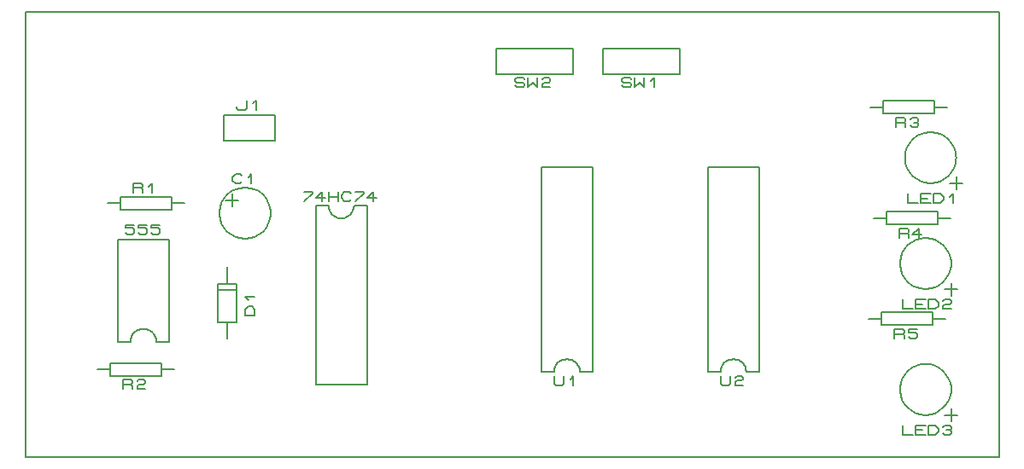
<source format=gbr>
G04 PROTEUS GERBER X2 FILE*
%TF.GenerationSoftware,Labcenter,Proteus,8.9-SP0-Build27865*%
%TF.CreationDate,2026-01-09T17:02:56+00:00*%
%TF.FileFunction,Legend,Top*%
%TF.FilePolarity,Positive*%
%TF.Part,Single*%
%TF.SameCoordinates,{d5e26176-f0e9-456a-af72-f71da18a6cc2}*%
%FSLAX45Y45*%
%MOMM*%
G01*
%TA.AperFunction,Profile*%
%ADD15C,0.203200*%
%TA.AperFunction,Material*%
%ADD17C,0.203200*%
%TD.AperFunction*%
D15*
X-10050000Y+5980809D02*
X-400000Y+5980809D01*
X-400000Y+10400000D01*
X-10050000Y+10400000D01*
X-10050000Y+5980809D01*
D17*
X-9008000Y+7123000D02*
X-9135000Y+7123000D01*
X-9135000Y+8139000D01*
X-8627000Y+8139000D01*
X-8627000Y+7123000D01*
X-8754000Y+7123000D01*
X-8881000Y+7250000D02*
X-8906876Y+7247564D01*
X-8930848Y+7240515D01*
X-8952438Y+7229238D01*
X-8971170Y+7214122D01*
X-8986569Y+7195554D01*
X-8998158Y+7173919D01*
X-9005460Y+7149606D01*
X-9008000Y+7123000D01*
X-8881000Y+7250000D02*
X-8854394Y+7247564D01*
X-8830081Y+7240515D01*
X-8808446Y+7229238D01*
X-8789878Y+7214122D01*
X-8774762Y+7195554D01*
X-8763485Y+7173919D01*
X-8756436Y+7149606D01*
X-8754000Y+7123000D01*
X-8976250Y+8282360D02*
X-9055625Y+8282360D01*
X-9055625Y+8251880D01*
X-8992125Y+8251880D01*
X-8976250Y+8236640D01*
X-8976250Y+8206160D01*
X-8992125Y+8190920D01*
X-9039750Y+8190920D01*
X-9055625Y+8206160D01*
X-8849250Y+8282360D02*
X-8928625Y+8282360D01*
X-8928625Y+8251880D01*
X-8865125Y+8251880D01*
X-8849250Y+8236640D01*
X-8849250Y+8206160D01*
X-8865125Y+8190920D01*
X-8912750Y+8190920D01*
X-8928625Y+8206160D01*
X-8722250Y+8282360D02*
X-8801625Y+8282360D01*
X-8801625Y+8251880D01*
X-8738125Y+8251880D01*
X-8722250Y+8236640D01*
X-8722250Y+8206160D01*
X-8738125Y+8190920D01*
X-8785750Y+8190920D01*
X-8801625Y+8206160D01*
X-8081000Y+9123000D02*
X-7573000Y+9123000D01*
X-7573000Y+9377000D01*
X-8081000Y+9377000D01*
X-8081000Y+9123000D01*
X-7954000Y+9457669D02*
X-7954000Y+9442429D01*
X-7938125Y+9427189D01*
X-7874625Y+9427189D01*
X-7858750Y+9442429D01*
X-7858750Y+9518629D01*
X-7795250Y+9488149D02*
X-7763500Y+9518629D01*
X-7763500Y+9427189D01*
X-8141440Y+7317500D02*
X-7958560Y+7317500D01*
X-7958560Y+7698500D01*
X-8141440Y+7698500D01*
X-8141440Y+7317500D01*
X-7961100Y+7635000D02*
X-8138900Y+7635000D01*
X-8050000Y+7317500D02*
X-8050000Y+7152400D01*
X-8050000Y+7698500D02*
X-8050000Y+7863600D01*
X-7776480Y+7381000D02*
X-7867920Y+7381000D01*
X-7867920Y+7444500D01*
X-7837440Y+7476250D01*
X-7806960Y+7476250D01*
X-7776480Y+7444500D01*
X-7776480Y+7381000D01*
X-7837440Y+7539750D02*
X-7867920Y+7571500D01*
X-7776480Y+7571500D01*
X-8477000Y+8500000D02*
X-8604000Y+8500000D01*
X-9112000Y+8436500D02*
X-8604000Y+8436500D01*
X-8604000Y+8563500D01*
X-9112000Y+8563500D01*
X-9112000Y+8436500D01*
X-9112000Y+8500000D02*
X-9239000Y+8500000D01*
X-8985000Y+8604420D02*
X-8985000Y+8695860D01*
X-8905625Y+8695860D01*
X-8889750Y+8680620D01*
X-8889750Y+8665380D01*
X-8905625Y+8650140D01*
X-8985000Y+8650140D01*
X-8905625Y+8650140D02*
X-8889750Y+8634900D01*
X-8889750Y+8604420D01*
X-8826250Y+8665380D02*
X-8794500Y+8695860D01*
X-8794500Y+8604420D01*
X-8577000Y+6850000D02*
X-8704000Y+6850000D01*
X-9212000Y+6786500D02*
X-8704000Y+6786500D01*
X-8704000Y+6913500D01*
X-9212000Y+6913500D01*
X-9212000Y+6786500D01*
X-9212000Y+6850000D02*
X-9339000Y+6850000D01*
X-9085000Y+6654420D02*
X-9085000Y+6745860D01*
X-9005625Y+6745860D01*
X-8989750Y+6730620D01*
X-8989750Y+6715380D01*
X-9005625Y+6700140D01*
X-9085000Y+6700140D01*
X-9005625Y+6700140D02*
X-8989750Y+6684900D01*
X-8989750Y+6654420D01*
X-8942125Y+6730620D02*
X-8926250Y+6745860D01*
X-8878625Y+6745860D01*
X-8862750Y+6730620D01*
X-8862750Y+6715380D01*
X-8878625Y+6700140D01*
X-8926250Y+6700140D01*
X-8942125Y+6684900D01*
X-8942125Y+6654420D01*
X-8862750Y+6654420D01*
X-7619000Y+8400000D02*
X-7619827Y+8420483D01*
X-7626545Y+8461450D01*
X-7640563Y+8502417D01*
X-7663341Y+8543384D01*
X-7698141Y+8584229D01*
X-7739108Y+8615845D01*
X-7780075Y+8636392D01*
X-7821042Y+8648629D01*
X-7862009Y+8653762D01*
X-7873000Y+8654000D01*
X-8127000Y+8400000D02*
X-8126173Y+8420483D01*
X-8119455Y+8461450D01*
X-8105437Y+8502417D01*
X-8082659Y+8543384D01*
X-8047859Y+8584229D01*
X-8006892Y+8615845D01*
X-7965925Y+8636392D01*
X-7924958Y+8648629D01*
X-7883991Y+8653762D01*
X-7873000Y+8654000D01*
X-8127000Y+8400000D02*
X-8126173Y+8379517D01*
X-8119455Y+8338550D01*
X-8105437Y+8297583D01*
X-8082659Y+8256616D01*
X-8047859Y+8215771D01*
X-8006892Y+8184155D01*
X-7965925Y+8163608D01*
X-7924958Y+8151371D01*
X-7883991Y+8146238D01*
X-7873000Y+8146000D01*
X-7619000Y+8400000D02*
X-7619827Y+8379517D01*
X-7626545Y+8338550D01*
X-7640563Y+8297583D01*
X-7663341Y+8256616D01*
X-7698141Y+8215771D01*
X-7739108Y+8184155D01*
X-7780075Y+8163608D01*
X-7821042Y+8151371D01*
X-7862009Y+8146238D01*
X-7873000Y+8146000D01*
X-8063500Y+8527000D02*
X-7936500Y+8527000D01*
X-8000000Y+8590500D02*
X-8000000Y+8463500D01*
X-7905670Y+8709880D02*
X-7921545Y+8694640D01*
X-7969170Y+8694640D01*
X-8000920Y+8725120D01*
X-8000920Y+8755600D01*
X-7969170Y+8786080D01*
X-7921545Y+8786080D01*
X-7905670Y+8770840D01*
X-7842170Y+8755600D02*
X-7810420Y+8786080D01*
X-7810420Y+8694640D01*
X-6792000Y+8477000D02*
X-6665000Y+8477000D01*
X-7173000Y+8477000D02*
X-7046000Y+8477000D01*
X-6919000Y+8350000D02*
X-6893124Y+8352436D01*
X-6869152Y+8359485D01*
X-6847562Y+8370762D01*
X-6828830Y+8385878D01*
X-6813431Y+8404446D01*
X-6801842Y+8426081D01*
X-6794540Y+8450394D01*
X-6792000Y+8477000D01*
X-6919000Y+8350000D02*
X-6945606Y+8352436D01*
X-6969919Y+8359485D01*
X-6991554Y+8370762D01*
X-7010122Y+8385878D01*
X-7025238Y+8404446D01*
X-7036515Y+8426081D01*
X-7043564Y+8450394D01*
X-7046000Y+8477000D01*
X-7173000Y+8477000D02*
X-7173000Y+6699000D01*
X-6665000Y+6699000D01*
X-6665000Y+8477000D01*
X-7284125Y+8609080D02*
X-7204750Y+8609080D01*
X-7204750Y+8593840D01*
X-7284125Y+8517640D01*
X-7077750Y+8548120D02*
X-7173000Y+8548120D01*
X-7109500Y+8609080D01*
X-7109500Y+8517640D01*
X-7046000Y+8517640D02*
X-7046000Y+8609080D01*
X-6950750Y+8609080D02*
X-6950750Y+8517640D01*
X-7046000Y+8563360D02*
X-6950750Y+8563360D01*
X-6823750Y+8532880D02*
X-6839625Y+8517640D01*
X-6887250Y+8517640D01*
X-6919000Y+8548120D01*
X-6919000Y+8578600D01*
X-6887250Y+8609080D01*
X-6839625Y+8609080D01*
X-6823750Y+8593840D01*
X-6776125Y+8609080D02*
X-6696750Y+8609080D01*
X-6696750Y+8593840D01*
X-6776125Y+8517640D01*
X-6569750Y+8548120D02*
X-6665000Y+8548120D01*
X-6601500Y+8609080D01*
X-6601500Y+8517640D01*
X-4427000Y+6823000D02*
X-4554000Y+6823000D01*
X-4681000Y+6950000D02*
X-4706876Y+6947564D01*
X-4730848Y+6940515D01*
X-4752438Y+6929238D01*
X-4771170Y+6914122D01*
X-4786569Y+6895554D01*
X-4798158Y+6873919D01*
X-4805460Y+6849606D01*
X-4808000Y+6823000D01*
X-4681000Y+6950000D02*
X-4654394Y+6947564D01*
X-4630081Y+6940515D01*
X-4608446Y+6929238D01*
X-4589878Y+6914122D01*
X-4574762Y+6895554D01*
X-4563485Y+6873919D01*
X-4556436Y+6849606D01*
X-4554000Y+6823000D01*
X-4808000Y+6823000D02*
X-4935000Y+6823000D01*
X-4427000Y+8855000D02*
X-4935000Y+8855000D01*
X-4427000Y+6823000D02*
X-4427000Y+8855000D01*
X-4935000Y+8855000D02*
X-4935000Y+6823000D01*
X-4808000Y+6782360D02*
X-4808000Y+6706160D01*
X-4792125Y+6690920D01*
X-4728625Y+6690920D01*
X-4712750Y+6706160D01*
X-4712750Y+6782360D01*
X-4649250Y+6751880D02*
X-4617500Y+6782360D01*
X-4617500Y+6690920D01*
X-2777000Y+6823000D02*
X-2904000Y+6823000D01*
X-3031000Y+6950000D02*
X-3056876Y+6947564D01*
X-3080848Y+6940515D01*
X-3102438Y+6929238D01*
X-3121170Y+6914122D01*
X-3136569Y+6895554D01*
X-3148158Y+6873919D01*
X-3155460Y+6849606D01*
X-3158000Y+6823000D01*
X-3031000Y+6950000D02*
X-3004394Y+6947564D01*
X-2980081Y+6940515D01*
X-2958446Y+6929238D01*
X-2939878Y+6914122D01*
X-2924762Y+6895554D01*
X-2913485Y+6873919D01*
X-2906436Y+6849606D01*
X-2904000Y+6823000D01*
X-3158000Y+6823000D02*
X-3285000Y+6823000D01*
X-2777000Y+8855000D02*
X-3285000Y+8855000D01*
X-2777000Y+6823000D02*
X-2777000Y+8855000D01*
X-3285000Y+8855000D02*
X-3285000Y+6823000D01*
X-3158000Y+6782360D02*
X-3158000Y+6706160D01*
X-3142125Y+6690920D01*
X-3078625Y+6690920D01*
X-3062750Y+6706160D01*
X-3062750Y+6782360D01*
X-3015125Y+6767120D02*
X-2999250Y+6782360D01*
X-2951625Y+6782360D01*
X-2935750Y+6767120D01*
X-2935750Y+6751880D01*
X-2951625Y+6736640D01*
X-2999250Y+6736640D01*
X-3015125Y+6721400D01*
X-3015125Y+6690920D01*
X-2935750Y+6690920D01*
X-823000Y+8950000D02*
X-823827Y+8970483D01*
X-830545Y+9011450D01*
X-844563Y+9052417D01*
X-867341Y+9093384D01*
X-902141Y+9134229D01*
X-943108Y+9165845D01*
X-984075Y+9186392D01*
X-1025042Y+9198629D01*
X-1066009Y+9203762D01*
X-1077000Y+9204000D01*
X-1331000Y+8950000D02*
X-1330173Y+8970483D01*
X-1323455Y+9011450D01*
X-1309437Y+9052417D01*
X-1286659Y+9093384D01*
X-1251859Y+9134229D01*
X-1210892Y+9165845D01*
X-1169925Y+9186392D01*
X-1128958Y+9198629D01*
X-1087991Y+9203762D01*
X-1077000Y+9204000D01*
X-1331000Y+8950000D02*
X-1330173Y+8929517D01*
X-1323455Y+8888550D01*
X-1309437Y+8847583D01*
X-1286659Y+8806616D01*
X-1251859Y+8765771D01*
X-1210892Y+8734155D01*
X-1169925Y+8713608D01*
X-1128958Y+8701371D01*
X-1087991Y+8696238D01*
X-1077000Y+8696000D01*
X-823000Y+8950000D02*
X-823827Y+8929517D01*
X-830545Y+8888550D01*
X-844563Y+8847583D01*
X-867341Y+8806616D01*
X-902141Y+8765771D01*
X-943108Y+8734155D01*
X-984075Y+8713608D01*
X-1025042Y+8701371D01*
X-1066009Y+8696238D01*
X-1077000Y+8696000D01*
X-759500Y+8696000D02*
X-886500Y+8696000D01*
X-823000Y+8632500D02*
X-823000Y+8759500D01*
X-1299250Y+8591860D02*
X-1299250Y+8500420D01*
X-1204000Y+8500420D01*
X-1077000Y+8500420D02*
X-1172250Y+8500420D01*
X-1172250Y+8591860D01*
X-1077000Y+8591860D01*
X-1172250Y+8546140D02*
X-1108750Y+8546140D01*
X-1045250Y+8500420D02*
X-1045250Y+8591860D01*
X-981750Y+8591860D01*
X-950000Y+8561380D01*
X-950000Y+8530900D01*
X-981750Y+8500420D01*
X-1045250Y+8500420D01*
X-886500Y+8561380D02*
X-854750Y+8591860D01*
X-854750Y+8500420D01*
X-873000Y+7900000D02*
X-873827Y+7920483D01*
X-880545Y+7961450D01*
X-894563Y+8002417D01*
X-917341Y+8043384D01*
X-952141Y+8084229D01*
X-993108Y+8115845D01*
X-1034075Y+8136392D01*
X-1075042Y+8148629D01*
X-1116009Y+8153762D01*
X-1127000Y+8154000D01*
X-1381000Y+7900000D02*
X-1380173Y+7920483D01*
X-1373455Y+7961450D01*
X-1359437Y+8002417D01*
X-1336659Y+8043384D01*
X-1301859Y+8084229D01*
X-1260892Y+8115845D01*
X-1219925Y+8136392D01*
X-1178958Y+8148629D01*
X-1137991Y+8153762D01*
X-1127000Y+8154000D01*
X-1381000Y+7900000D02*
X-1380173Y+7879517D01*
X-1373455Y+7838550D01*
X-1359437Y+7797583D01*
X-1336659Y+7756616D01*
X-1301859Y+7715771D01*
X-1260892Y+7684155D01*
X-1219925Y+7663608D01*
X-1178958Y+7651371D01*
X-1137991Y+7646238D01*
X-1127000Y+7646000D01*
X-873000Y+7900000D02*
X-873827Y+7879517D01*
X-880545Y+7838550D01*
X-894563Y+7797583D01*
X-917341Y+7756616D01*
X-952141Y+7715771D01*
X-993108Y+7684155D01*
X-1034075Y+7663608D01*
X-1075042Y+7651371D01*
X-1116009Y+7646238D01*
X-1127000Y+7646000D01*
X-809500Y+7646000D02*
X-936500Y+7646000D01*
X-873000Y+7582500D02*
X-873000Y+7709500D01*
X-1349250Y+7541860D02*
X-1349250Y+7450420D01*
X-1254000Y+7450420D01*
X-1127000Y+7450420D02*
X-1222250Y+7450420D01*
X-1222250Y+7541860D01*
X-1127000Y+7541860D01*
X-1222250Y+7496140D02*
X-1158750Y+7496140D01*
X-1095250Y+7450420D02*
X-1095250Y+7541860D01*
X-1031750Y+7541860D01*
X-1000000Y+7511380D01*
X-1000000Y+7480900D01*
X-1031750Y+7450420D01*
X-1095250Y+7450420D01*
X-952375Y+7526620D02*
X-936500Y+7541860D01*
X-888875Y+7541860D01*
X-873000Y+7526620D01*
X-873000Y+7511380D01*
X-888875Y+7496140D01*
X-936500Y+7496140D01*
X-952375Y+7480900D01*
X-952375Y+7450420D01*
X-873000Y+7450420D01*
X-873000Y+6650000D02*
X-873827Y+6670483D01*
X-880545Y+6711450D01*
X-894563Y+6752417D01*
X-917341Y+6793384D01*
X-952141Y+6834229D01*
X-993108Y+6865845D01*
X-1034075Y+6886392D01*
X-1075042Y+6898629D01*
X-1116009Y+6903762D01*
X-1127000Y+6904000D01*
X-1381000Y+6650000D02*
X-1380173Y+6670483D01*
X-1373455Y+6711450D01*
X-1359437Y+6752417D01*
X-1336659Y+6793384D01*
X-1301859Y+6834229D01*
X-1260892Y+6865845D01*
X-1219925Y+6886392D01*
X-1178958Y+6898629D01*
X-1137991Y+6903762D01*
X-1127000Y+6904000D01*
X-1381000Y+6650000D02*
X-1380173Y+6629517D01*
X-1373455Y+6588550D01*
X-1359437Y+6547583D01*
X-1336659Y+6506616D01*
X-1301859Y+6465771D01*
X-1260892Y+6434155D01*
X-1219925Y+6413608D01*
X-1178958Y+6401371D01*
X-1137991Y+6396238D01*
X-1127000Y+6396000D01*
X-873000Y+6650000D02*
X-873827Y+6629517D01*
X-880545Y+6588550D01*
X-894563Y+6547583D01*
X-917341Y+6506616D01*
X-952141Y+6465771D01*
X-993108Y+6434155D01*
X-1034075Y+6413608D01*
X-1075042Y+6401371D01*
X-1116009Y+6396238D01*
X-1127000Y+6396000D01*
X-809500Y+6396000D02*
X-936500Y+6396000D01*
X-873000Y+6332500D02*
X-873000Y+6459500D01*
X-1349250Y+6291860D02*
X-1349250Y+6200420D01*
X-1254000Y+6200420D01*
X-1127000Y+6200420D02*
X-1222250Y+6200420D01*
X-1222250Y+6291860D01*
X-1127000Y+6291860D01*
X-1222250Y+6246140D02*
X-1158750Y+6246140D01*
X-1095250Y+6200420D02*
X-1095250Y+6291860D01*
X-1031750Y+6291860D01*
X-1000000Y+6261380D01*
X-1000000Y+6230900D01*
X-1031750Y+6200420D01*
X-1095250Y+6200420D01*
X-952375Y+6276620D02*
X-936500Y+6291860D01*
X-888875Y+6291860D01*
X-873000Y+6276620D01*
X-873000Y+6261380D01*
X-888875Y+6246140D01*
X-873000Y+6230900D01*
X-873000Y+6215660D01*
X-888875Y+6200420D01*
X-936500Y+6200420D01*
X-952375Y+6215660D01*
X-920625Y+6246140D02*
X-888875Y+6246140D01*
X-911000Y+9450000D02*
X-1038000Y+9450000D01*
X-1546000Y+9386500D02*
X-1038000Y+9386500D01*
X-1038000Y+9513500D01*
X-1546000Y+9513500D01*
X-1546000Y+9386500D01*
X-1546000Y+9450000D02*
X-1673000Y+9450000D01*
X-1419000Y+9254420D02*
X-1419000Y+9345860D01*
X-1339625Y+9345860D01*
X-1323750Y+9330620D01*
X-1323750Y+9315380D01*
X-1339625Y+9300140D01*
X-1419000Y+9300140D01*
X-1339625Y+9300140D02*
X-1323750Y+9284900D01*
X-1323750Y+9254420D01*
X-1276125Y+9330620D02*
X-1260250Y+9345860D01*
X-1212625Y+9345860D01*
X-1196750Y+9330620D01*
X-1196750Y+9315380D01*
X-1212625Y+9300140D01*
X-1196750Y+9284900D01*
X-1196750Y+9269660D01*
X-1212625Y+9254420D01*
X-1260250Y+9254420D01*
X-1276125Y+9269660D01*
X-1244375Y+9300140D02*
X-1212625Y+9300140D01*
X-877000Y+8350000D02*
X-1004000Y+8350000D01*
X-1512000Y+8286500D02*
X-1004000Y+8286500D01*
X-1004000Y+8413500D01*
X-1512000Y+8413500D01*
X-1512000Y+8286500D01*
X-1512000Y+8350000D02*
X-1639000Y+8350000D01*
X-1385000Y+8154420D02*
X-1385000Y+8245860D01*
X-1305625Y+8245860D01*
X-1289750Y+8230620D01*
X-1289750Y+8215380D01*
X-1305625Y+8200140D01*
X-1385000Y+8200140D01*
X-1305625Y+8200140D02*
X-1289750Y+8184900D01*
X-1289750Y+8154420D01*
X-1162750Y+8184900D02*
X-1258000Y+8184900D01*
X-1194500Y+8245860D01*
X-1194500Y+8154420D01*
X-927000Y+7350000D02*
X-1054000Y+7350000D01*
X-1562000Y+7286500D02*
X-1054000Y+7286500D01*
X-1054000Y+7413500D01*
X-1562000Y+7413500D01*
X-1562000Y+7286500D01*
X-1562000Y+7350000D02*
X-1689000Y+7350000D01*
X-1435000Y+7154420D02*
X-1435000Y+7245860D01*
X-1355625Y+7245860D01*
X-1339750Y+7230620D01*
X-1339750Y+7215380D01*
X-1355625Y+7200140D01*
X-1435000Y+7200140D01*
X-1355625Y+7200140D02*
X-1339750Y+7184900D01*
X-1339750Y+7154420D01*
X-1212750Y+7245860D02*
X-1292125Y+7245860D01*
X-1292125Y+7215380D01*
X-1228625Y+7215380D01*
X-1212750Y+7200140D01*
X-1212750Y+7169660D01*
X-1228625Y+7154420D01*
X-1276250Y+7154420D01*
X-1292125Y+7169660D01*
X-4327000Y+9782549D02*
X-3565000Y+9782549D01*
X-3565000Y+10036549D01*
X-4327000Y+10036549D01*
X-4327000Y+9782549D01*
X-4136500Y+9665709D02*
X-4120625Y+9650469D01*
X-4057125Y+9650469D01*
X-4041250Y+9665709D01*
X-4041250Y+9680949D01*
X-4057125Y+9696189D01*
X-4120625Y+9696189D01*
X-4136500Y+9711429D01*
X-4136500Y+9726669D01*
X-4120625Y+9741909D01*
X-4057125Y+9741909D01*
X-4041250Y+9726669D01*
X-4009500Y+9741909D02*
X-4009500Y+9650469D01*
X-3961875Y+9696189D01*
X-3914250Y+9650469D01*
X-3914250Y+9741909D01*
X-3850750Y+9711429D02*
X-3819000Y+9741909D01*
X-3819000Y+9650469D01*
X-5385000Y+9782549D02*
X-4623000Y+9782549D01*
X-4623000Y+10036549D01*
X-5385000Y+10036549D01*
X-5385000Y+9782549D01*
X-5194500Y+9665709D02*
X-5178625Y+9650469D01*
X-5115125Y+9650469D01*
X-5099250Y+9665709D01*
X-5099250Y+9680949D01*
X-5115125Y+9696189D01*
X-5178625Y+9696189D01*
X-5194500Y+9711429D01*
X-5194500Y+9726669D01*
X-5178625Y+9741909D01*
X-5115125Y+9741909D01*
X-5099250Y+9726669D01*
X-5067500Y+9741909D02*
X-5067500Y+9650469D01*
X-5019875Y+9696189D01*
X-4972250Y+9650469D01*
X-4972250Y+9741909D01*
X-4924625Y+9726669D02*
X-4908750Y+9741909D01*
X-4861125Y+9741909D01*
X-4845250Y+9726669D01*
X-4845250Y+9711429D01*
X-4861125Y+9696189D01*
X-4908750Y+9696189D01*
X-4924625Y+9680949D01*
X-4924625Y+9650469D01*
X-4845250Y+9650469D01*
M02*

</source>
